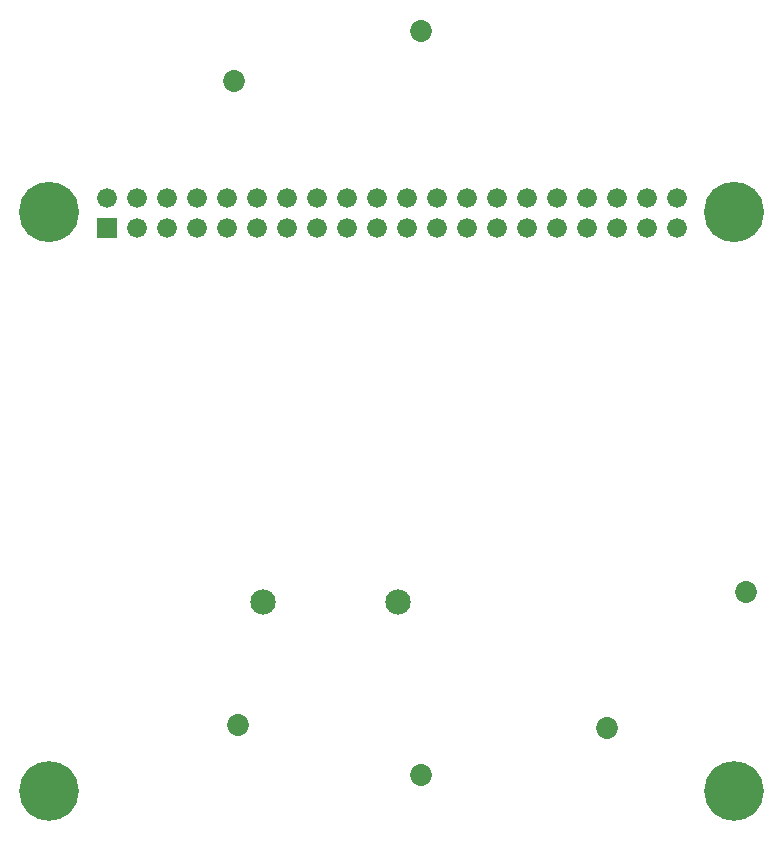
<source format=gbr>
G04 start of page 12 for group -4062 idx -4062 *
G04 Title: (unknown), soldermask *
G04 Creator: pcb 4.2.0 *
G04 CreationDate: Wed Dec  4 15:10:37 2019 UTC *
G04 For: blinken *
G04 Format: Gerber/RS-274X *
G04 PCB-Dimensions (mil): 2755.91 2755.91 *
G04 PCB-Coordinate-Origin: lower left *
%MOIN*%
%FSLAX25Y25*%
%LNBOTTOMMASK*%
%ADD109C,0.2008*%
%ADD108C,0.1988*%
%ADD107C,0.0001*%
%ADD106C,0.0847*%
%ADD105C,0.0729*%
%ADD104C,0.0660*%
G54D104*X83110Y201614D03*
X93110D03*
X103110D03*
X83110Y211614D03*
X93110D03*
X103110D03*
X113110D03*
X123110D03*
X133110D03*
X113110Y201614D03*
X123110D03*
X133110D03*
X143110D03*
G54D105*X137876Y19057D03*
X246144Y80081D03*
G54D106*X130309Y76781D03*
X85033D03*
G54D105*X137876Y267089D03*
X75376Y250342D03*
X76852Y35789D03*
X199884Y34805D03*
G54D104*X53110Y201614D03*
Y211614D03*
X63110Y201614D03*
Y211614D03*
G54D107*G36*
X29810Y204914D02*Y198314D01*
X36410D01*
Y204914D01*
X29810D01*
G37*
G54D104*X33110Y211614D03*
X43110Y201614D03*
Y211614D03*
X73110Y201614D03*
Y211614D03*
X143110D03*
X153110Y201614D03*
X163110D03*
X173110D03*
X153110Y211614D03*
X163110D03*
X173110D03*
X183110D03*
X193110D03*
X203110D03*
X183110Y201614D03*
X193110D03*
X203110D03*
X213110D03*
Y211614D03*
X223110D03*
Y201614D03*
G54D108*X13780Y13780D03*
G54D109*X242126Y206693D03*
X13780D03*
G54D108*X242126Y13780D03*
M02*

</source>
